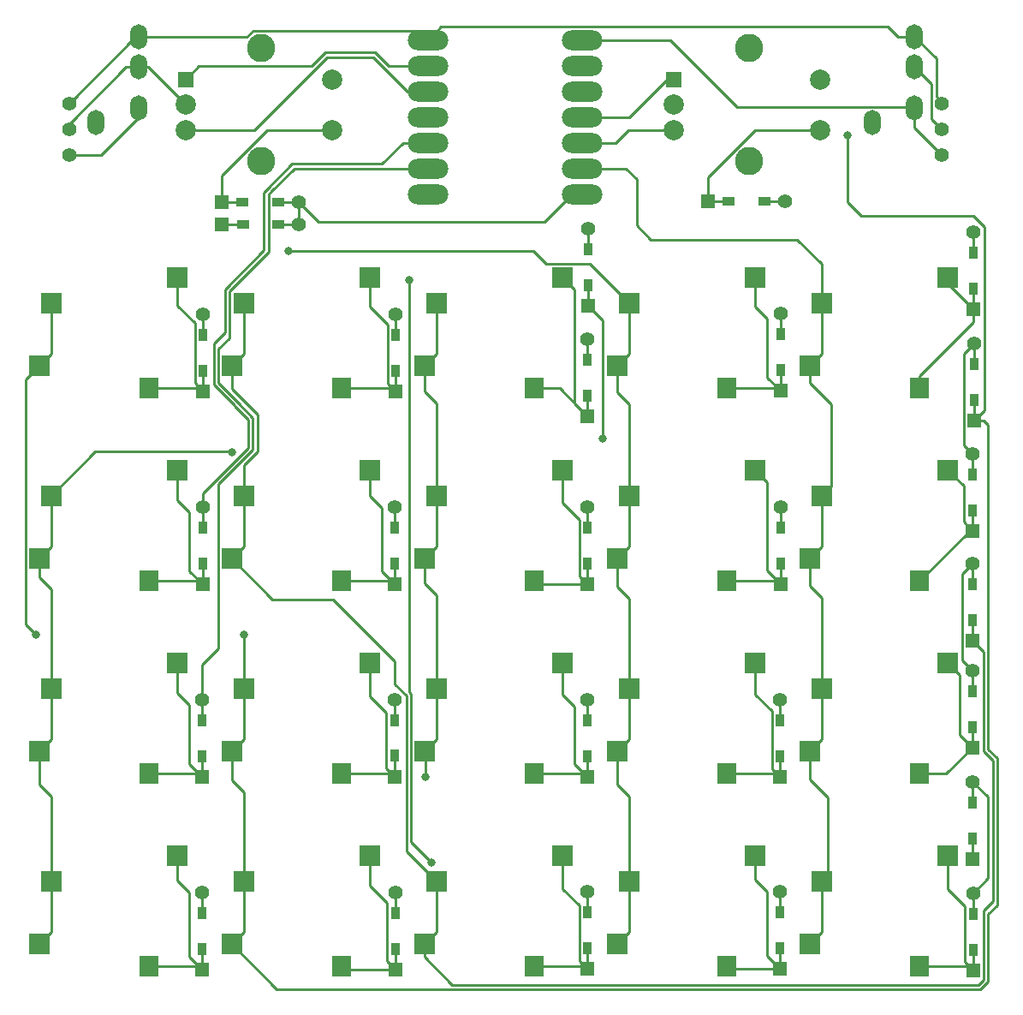
<source format=gbr>
G04 #@! TF.GenerationSoftware,KiCad,Pcbnew,(5.1.6-0-10_14)*
G04 #@! TF.CreationDate,2022-08-29T11:05:28+09:00*
G04 #@! TF.ProjectId,cool640xiao,636f6f6c-3634-4307-9869-616f2e6b6963,rev?*
G04 #@! TF.SameCoordinates,Original*
G04 #@! TF.FileFunction,Copper,L2,Bot*
G04 #@! TF.FilePolarity,Positive*
%FSLAX46Y46*%
G04 Gerber Fmt 4.6, Leading zero omitted, Abs format (unit mm)*
G04 Created by KiCad (PCBNEW (5.1.6-0-10_14)) date 2022-08-29 11:05:28*
%MOMM*%
%LPD*%
G01*
G04 APERTURE LIST*
G04 #@! TA.AperFunction,ComponentPad*
%ADD10C,1.397000*%
G04 #@! TD*
G04 #@! TA.AperFunction,ComponentPad*
%ADD11R,1.397000X1.397000*%
G04 #@! TD*
G04 #@! TA.AperFunction,SMDPad,CuDef*
%ADD12R,0.950000X1.300000*%
G04 #@! TD*
G04 #@! TA.AperFunction,ComponentPad*
%ADD13O,1.700000X2.500000*%
G04 #@! TD*
G04 #@! TA.AperFunction,SMDPad,CuDef*
%ADD14R,2.000000X2.000000*%
G04 #@! TD*
G04 #@! TA.AperFunction,SMDPad,CuDef*
%ADD15R,1.900000X2.000000*%
G04 #@! TD*
G04 #@! TA.AperFunction,ComponentPad*
%ADD16R,1.500000X1.500000*%
G04 #@! TD*
G04 #@! TA.AperFunction,ComponentPad*
%ADD17C,2.000000*%
G04 #@! TD*
G04 #@! TA.AperFunction,ComponentPad*
%ADD18C,2.800000*%
G04 #@! TD*
G04 #@! TA.AperFunction,ComponentPad*
%ADD19O,4.000000X2.000000*%
G04 #@! TD*
G04 #@! TA.AperFunction,SMDPad,CuDef*
%ADD20R,1.300000X0.950000*%
G04 #@! TD*
G04 #@! TA.AperFunction,ViaPad*
%ADD21C,0.800000*%
G04 #@! TD*
G04 #@! TA.AperFunction,Conductor*
%ADD22C,0.250000*%
G04 #@! TD*
G04 APERTURE END LIST*
D10*
X46120000Y-1020000D03*
D11*
X46120000Y-8640000D03*
D12*
X46120000Y-6605000D03*
X46120000Y-3055000D03*
D10*
X84290000Y9560000D03*
D11*
X84290000Y1940000D03*
D12*
X84290000Y3975000D03*
X84290000Y7525000D03*
D13*
X-2460000Y20350000D03*
X1740000Y21850000D03*
X1740000Y25850000D03*
X1740000Y28850000D03*
D14*
X49050000Y-22750000D03*
D15*
X59950000Y-24950000D03*
D14*
X50250000Y-16510000D03*
X62750000Y-13970000D03*
X30000000Y-22750000D03*
D15*
X40900000Y-24950000D03*
D14*
X31200000Y-16510000D03*
X43700000Y-13970000D03*
X10950000Y-22750000D03*
D15*
X21850000Y-24950000D03*
D14*
X12150000Y-16510000D03*
X24650000Y-13970000D03*
D10*
X84290000Y-55780000D03*
D11*
X84290000Y-63400000D03*
D12*
X84290000Y-61365000D03*
X84290000Y-57815000D03*
D14*
X30000000Y-41800000D03*
D15*
X40900000Y-44000000D03*
D14*
X31200000Y-35560000D03*
X43700000Y-33020000D03*
X10950000Y-41800000D03*
D15*
X21850000Y-44000000D03*
D14*
X12150000Y-35560000D03*
X24650000Y-33020000D03*
X49050000Y-41800000D03*
D15*
X59950000Y-44000000D03*
D14*
X50250000Y-35560000D03*
X62750000Y-33020000D03*
D10*
X27160000Y1410000D03*
D11*
X27160000Y-6210000D03*
D12*
X27160000Y-4175000D03*
X27160000Y-625000D03*
D10*
X8110000Y1450000D03*
D11*
X8110000Y-6170000D03*
D12*
X8110000Y-4135000D03*
X8110000Y-585000D03*
D10*
X65230000Y1480000D03*
D11*
X65230000Y-6140000D03*
D12*
X65230000Y-4105000D03*
X65230000Y-555000D03*
D10*
X84210000Y-12350000D03*
D11*
X84210000Y-19970000D03*
D12*
X84210000Y-17935000D03*
X84210000Y-14385000D03*
D10*
X65220000Y-17610000D03*
D11*
X65220000Y-25230000D03*
D12*
X65220000Y-23195000D03*
X65220000Y-19645000D03*
D10*
X46140000Y-17660000D03*
D11*
X46140000Y-25280000D03*
D12*
X46140000Y-23245000D03*
X46140000Y-19695000D03*
D10*
X27090000Y-17620000D03*
D11*
X27090000Y-25240000D03*
D12*
X27090000Y-23205000D03*
X27090000Y-19655000D03*
D10*
X8070000Y-17620000D03*
D11*
X8070000Y-25240000D03*
D12*
X8070000Y-23205000D03*
X8070000Y-19655000D03*
D14*
X49050000Y-3700000D03*
D15*
X59950000Y-5900000D03*
D14*
X50250000Y2540000D03*
X62750000Y5080000D03*
X30000000Y-3700000D03*
D15*
X40900000Y-5900000D03*
D14*
X31200000Y2540000D03*
X43700000Y5080000D03*
X10950000Y-3700000D03*
D15*
X21850000Y-5900000D03*
D14*
X12150000Y2540000D03*
X24650000Y5080000D03*
D10*
X65210000Y-55680000D03*
D11*
X65210000Y-63300000D03*
D12*
X65210000Y-61265000D03*
X65210000Y-57715000D03*
D10*
X46160000Y-55650000D03*
D11*
X46160000Y-63270000D03*
D12*
X46160000Y-61235000D03*
X46160000Y-57685000D03*
D10*
X27150000Y-55720000D03*
D11*
X27150000Y-63340000D03*
D12*
X27150000Y-61305000D03*
X27150000Y-57755000D03*
D10*
X8050000Y-55740000D03*
D11*
X8050000Y-63360000D03*
D12*
X8050000Y-61325000D03*
X8050000Y-57775000D03*
D10*
X84210000Y-33780000D03*
D11*
X84210000Y-41400000D03*
D12*
X84210000Y-39365000D03*
X84210000Y-35815000D03*
D10*
X65170000Y-36710000D03*
D11*
X65170000Y-44330000D03*
D12*
X65170000Y-42295000D03*
X65170000Y-38745000D03*
D10*
X46150000Y-36700000D03*
D11*
X46150000Y-44320000D03*
D12*
X46150000Y-42285000D03*
X46150000Y-38735000D03*
D10*
X27060000Y-36640000D03*
D11*
X27060000Y-44260000D03*
D12*
X27060000Y-42225000D03*
X27060000Y-38675000D03*
D10*
X8030000Y-36650000D03*
D11*
X8030000Y-44270000D03*
D12*
X8030000Y-42235000D03*
X8030000Y-38685000D03*
D13*
X78490000Y28860000D03*
X78490000Y25860000D03*
X78490000Y21860000D03*
X74290000Y20360000D03*
D14*
X68100000Y-22750000D03*
D15*
X79000000Y-24950000D03*
D14*
X69300000Y-16510000D03*
X81800000Y-13970000D03*
X-8100000Y-41800000D03*
D15*
X2800000Y-44000000D03*
D14*
X-6900000Y-35560000D03*
X5600000Y-33020000D03*
X10950000Y-60850000D03*
D15*
X21850000Y-63050000D03*
D14*
X12150000Y-54610000D03*
X24650000Y-52070000D03*
X68100000Y-60850000D03*
D15*
X79000000Y-63050000D03*
D14*
X69300000Y-54610000D03*
X81800000Y-52070000D03*
X49050000Y-60850000D03*
D15*
X59950000Y-63050000D03*
D14*
X50250000Y-54610000D03*
X62750000Y-52070000D03*
X-8100000Y-60850000D03*
D15*
X2800000Y-63050000D03*
D14*
X-6900000Y-54610000D03*
X5600000Y-52070000D03*
X68100000Y-41800000D03*
D15*
X79000000Y-44000000D03*
D14*
X69300000Y-35560000D03*
X81800000Y-33020000D03*
X68100000Y-3700000D03*
D15*
X79000000Y-5900000D03*
D14*
X69300000Y2540000D03*
X81800000Y5080000D03*
X-8100000Y-3700000D03*
D15*
X2800000Y-5900000D03*
D14*
X-6900000Y2540000D03*
X5600000Y5080000D03*
X-8100000Y-22750000D03*
D15*
X2800000Y-24950000D03*
D14*
X-6900000Y-16510000D03*
X5600000Y-13970000D03*
X30000000Y-60850000D03*
D15*
X40900000Y-63050000D03*
D14*
X31200000Y-54610000D03*
X43700000Y-52070000D03*
D16*
X6400000Y24640000D03*
D17*
X6400000Y22140000D03*
X6400000Y19640000D03*
D18*
X13900000Y27740000D03*
X13900000Y16540000D03*
D17*
X20900000Y24640000D03*
X20900000Y19640000D03*
X69150000Y19640000D03*
X69150000Y24640000D03*
D18*
X62150000Y16540000D03*
X62150000Y27740000D03*
D17*
X54650000Y19640000D03*
X54650000Y22140000D03*
D16*
X54650000Y24640000D03*
D19*
X45580000Y23450000D03*
X45580000Y20910000D03*
X45580000Y18370000D03*
X45580000Y15830000D03*
X45580000Y13290000D03*
X30340000Y13290000D03*
X30340000Y15830000D03*
X30340000Y18370000D03*
X30340000Y20910000D03*
X30340000Y23450000D03*
X45580000Y25990000D03*
X30340000Y25990000D03*
X45580000Y28530000D03*
X30340000Y28530000D03*
D20*
X15565000Y12550000D03*
X12015000Y12550000D03*
D11*
X9980000Y12550000D03*
D10*
X17600000Y12550000D03*
X65650000Y12560000D03*
D11*
X58030000Y12560000D03*
D20*
X60065000Y12560000D03*
X63615000Y12560000D03*
D10*
X-5130000Y22260000D03*
X-5130000Y19720000D03*
X-5130000Y17180000D03*
X81200000Y17180000D03*
X81200000Y19720000D03*
X81200000Y22260000D03*
X46210000Y9890000D03*
D11*
X46210000Y2270000D03*
D12*
X46210000Y4305000D03*
X46210000Y7855000D03*
X84380000Y-3495000D03*
X84380000Y-7045000D03*
D11*
X84380000Y-9080000D03*
D10*
X84380000Y-1460000D03*
X84210000Y-23200000D03*
D11*
X84210000Y-30820000D03*
D12*
X84210000Y-28785000D03*
X84210000Y-25235000D03*
X84260000Y-46815000D03*
X84260000Y-50365000D03*
D11*
X84260000Y-52400000D03*
D10*
X84260000Y-44780000D03*
D20*
X15595000Y10270000D03*
X12045000Y10270000D03*
D11*
X10010000Y10270000D03*
D10*
X17630000Y10270000D03*
D21*
X28490000Y4810000D03*
X30685001Y-52784999D03*
X-8370000Y-30280000D03*
X12190000Y-30260000D03*
X71880000Y19090000D03*
X30110000Y-44290000D03*
X16610000Y7660000D03*
X10980000Y-12210000D03*
X47650000Y-10840000D03*
D22*
X7840000Y-5900000D02*
X8110000Y-6170000D01*
X2800000Y-5900000D02*
X7840000Y-5900000D01*
X8110000Y-6170000D02*
X8110000Y-4135000D01*
X5600000Y5080000D02*
X5600000Y2280000D01*
X7309999Y570001D02*
X7309999Y-5369999D01*
X7309999Y-5369999D02*
X8110000Y-6170000D01*
X5600000Y2280000D02*
X7309999Y570001D01*
X26850000Y-5900000D02*
X27160000Y-6210000D01*
X21850000Y-5900000D02*
X26850000Y-5900000D01*
X27160000Y-6210000D02*
X27160000Y-4175000D01*
X24650000Y5080000D02*
X24650000Y2140000D01*
X26359999Y-5409999D02*
X27160000Y-6210000D01*
X26359999Y430001D02*
X26359999Y-5409999D01*
X24650000Y2140000D02*
X26359999Y430001D01*
X43380000Y-5900000D02*
X46120000Y-8640000D01*
X40900000Y-5900000D02*
X43380000Y-5900000D01*
X46120000Y-6605000D02*
X46120000Y-8640000D01*
X44875001Y-7395001D02*
X46120000Y-8640000D01*
X44875001Y3904999D02*
X44875001Y-7395001D01*
X43700000Y5080000D02*
X44875001Y3904999D01*
X64990000Y-5900000D02*
X65230000Y-6140000D01*
X59950000Y-5900000D02*
X64990000Y-5900000D01*
X65230000Y-4105000D02*
X65230000Y-6140000D01*
X62750000Y5080000D02*
X62750000Y2190000D01*
X63925001Y-4835001D02*
X65230000Y-6140000D01*
X63925001Y1014999D02*
X63925001Y-4835001D01*
X62750000Y2190000D02*
X63925001Y1014999D01*
X84290000Y640000D02*
X84290000Y1940000D01*
X79000000Y-4650000D02*
X84290000Y640000D01*
X79000000Y-5900000D02*
X79000000Y-4650000D01*
X84290000Y1940000D02*
X84290000Y3975000D01*
X81800000Y4430000D02*
X84290000Y1940000D01*
X81800000Y5080000D02*
X81800000Y4430000D01*
X7780000Y-24950000D02*
X8070000Y-25240000D01*
X2800000Y-24950000D02*
X7780000Y-24950000D01*
X8070000Y-25240000D02*
X8070000Y-23205000D01*
X5600000Y-13970000D02*
X5600000Y-16980000D01*
X6775001Y-23945001D02*
X8070000Y-25240000D01*
X6775001Y-18155001D02*
X6775001Y-23945001D01*
X5600000Y-16980000D02*
X6775001Y-18155001D01*
X26800000Y-24950000D02*
X27090000Y-25240000D01*
X21850000Y-24950000D02*
X26800000Y-24950000D01*
X27090000Y-23205000D02*
X27090000Y-25240000D01*
X24650000Y-13970000D02*
X24650000Y-16540000D01*
X25825001Y-23975001D02*
X27090000Y-25240000D01*
X25825001Y-17715001D02*
X25825001Y-23975001D01*
X24650000Y-16540000D02*
X25825001Y-17715001D01*
X46140000Y-23245000D02*
X46140000Y-25280000D01*
X41230000Y-25280000D02*
X40900000Y-24950000D01*
X46140000Y-25280000D02*
X41230000Y-25280000D01*
X43700000Y-13970000D02*
X43700000Y-17220000D01*
X45339999Y-24479999D02*
X46140000Y-25280000D01*
X45339999Y-18859999D02*
X45339999Y-24479999D01*
X43700000Y-17220000D02*
X45339999Y-18859999D01*
X63925001Y-23935001D02*
X65220000Y-25230000D01*
X63925001Y-15145001D02*
X63925001Y-23935001D01*
X62750000Y-13970000D02*
X63925001Y-15145001D01*
X65220000Y-25230000D02*
X65220000Y-23195000D01*
X64940000Y-24950000D02*
X65220000Y-25230000D01*
X59950000Y-24950000D02*
X64940000Y-24950000D01*
X84210000Y-17935000D02*
X84210000Y-19970000D01*
X83980000Y-19970000D02*
X79000000Y-24950000D01*
X84210000Y-19970000D02*
X83980000Y-19970000D01*
X81800000Y-13970000D02*
X83350000Y-15520000D01*
X83350000Y-19110000D02*
X84210000Y-19970000D01*
X83350000Y-15520000D02*
X83350000Y-19110000D01*
X7760000Y-44000000D02*
X8030000Y-44270000D01*
X2800000Y-44000000D02*
X7760000Y-44000000D01*
X8030000Y-44270000D02*
X8030000Y-42235000D01*
X5600000Y-33020000D02*
X5600000Y-36010000D01*
X6775001Y-43015001D02*
X8030000Y-44270000D01*
X6775001Y-37185001D02*
X6775001Y-43015001D01*
X5600000Y-36010000D02*
X6775001Y-37185001D01*
X24650000Y-33020000D02*
X24650000Y-36370000D01*
X26259999Y-43459999D02*
X27060000Y-44260000D01*
X26259999Y-37979999D02*
X26259999Y-43459999D01*
X24650000Y-36370000D02*
X26259999Y-37979999D01*
X27060000Y-44260000D02*
X27060000Y-42225000D01*
X26800000Y-44000000D02*
X27060000Y-44260000D01*
X21850000Y-44000000D02*
X26800000Y-44000000D01*
X45830000Y-44000000D02*
X46150000Y-44320000D01*
X40900000Y-44000000D02*
X45830000Y-44000000D01*
X46150000Y-44320000D02*
X46150000Y-42285000D01*
X43700000Y-33020000D02*
X43700000Y-36150000D01*
X44875001Y-37325001D02*
X44875001Y-43045001D01*
X44875001Y-43045001D02*
X46150000Y-44320000D01*
X43700000Y-36150000D02*
X44875001Y-37325001D01*
X62750000Y-33020000D02*
X62750000Y-36180000D01*
X64369999Y-43529999D02*
X65170000Y-44330000D01*
X64369999Y-37799999D02*
X64369999Y-43529999D01*
X62750000Y-36180000D02*
X64369999Y-37799999D01*
X65170000Y-44330000D02*
X65170000Y-42295000D01*
X64840000Y-44000000D02*
X65170000Y-44330000D01*
X59950000Y-44000000D02*
X64840000Y-44000000D01*
X81610000Y-44000000D02*
X84210000Y-41400000D01*
X79000000Y-44000000D02*
X81610000Y-44000000D01*
X84210000Y-41400000D02*
X84210000Y-39365000D01*
X82975001Y-40165001D02*
X84210000Y-41400000D01*
X82975001Y-34195001D02*
X82975001Y-40165001D01*
X81800000Y-33020000D02*
X82975001Y-34195001D01*
X7740000Y-63050000D02*
X8050000Y-63360000D01*
X2800000Y-63050000D02*
X7740000Y-63050000D01*
X5600000Y-52070000D02*
X5600000Y-54510000D01*
X5600000Y-54510000D02*
X5580000Y-54530000D01*
X6775001Y-55725001D02*
X6775001Y-62085001D01*
X6775001Y-62085001D02*
X8050000Y-63360000D01*
X5580000Y-54530000D02*
X6775001Y-55725001D01*
X8050000Y-63360000D02*
X8050000Y-61325000D01*
X24650000Y-52070000D02*
X24650000Y-55040000D01*
X26349999Y-62539999D02*
X27150000Y-63340000D01*
X26349999Y-56739999D02*
X26349999Y-62539999D01*
X24650000Y-55040000D02*
X26349999Y-56739999D01*
X27150000Y-63340000D02*
X27150000Y-61305000D01*
X22140000Y-63340000D02*
X21850000Y-63050000D01*
X27150000Y-63340000D02*
X22140000Y-63340000D01*
X45359999Y-62469999D02*
X46160000Y-63270000D01*
X45359999Y-57029999D02*
X45359999Y-62469999D01*
X43700000Y-55370000D02*
X45359999Y-57029999D01*
X43700000Y-52070000D02*
X43700000Y-55370000D01*
X46160000Y-63270000D02*
X46160000Y-61235000D01*
X45940000Y-63050000D02*
X46160000Y-63270000D01*
X40900000Y-63050000D02*
X45940000Y-63050000D01*
X65210000Y-61265000D02*
X65210000Y-63300000D01*
X63925001Y-62015001D02*
X65210000Y-63300000D01*
X63925001Y-55665001D02*
X63925001Y-62015001D01*
X62750000Y-54490000D02*
X63925001Y-55665001D01*
X62750000Y-52070000D02*
X62750000Y-54490000D01*
X60200000Y-63300000D02*
X59950000Y-63050000D01*
X65210000Y-63300000D02*
X60200000Y-63300000D01*
X83940000Y-63050000D02*
X84290000Y-63400000D01*
X79000000Y-63050000D02*
X83940000Y-63050000D01*
X84290000Y-63400000D02*
X84290000Y-61365000D01*
X83489999Y-62599999D02*
X84290000Y-63400000D01*
X83489999Y-57052997D02*
X83489999Y-62599999D01*
X81800000Y-55362998D02*
X83489999Y-57052997D01*
X81800000Y-52070000D02*
X81800000Y-55362998D01*
X8110000Y1450000D02*
X8110000Y-585000D01*
X46120000Y-3055000D02*
X46120000Y-1020000D01*
X65230000Y1480000D02*
X65230000Y-555000D01*
X84290000Y9560000D02*
X84290000Y7525000D01*
X27160000Y1410000D02*
X27160000Y-625000D01*
X46210000Y9890000D02*
X46210000Y7855000D01*
X84210000Y-12350000D02*
X84210000Y-14385000D01*
X65220000Y-17610000D02*
X65220000Y-19645000D01*
X46140000Y-17660000D02*
X46140000Y-19695000D01*
X27090000Y-17620000D02*
X27090000Y-19655000D01*
X8070000Y-17620000D02*
X8070000Y-19655000D01*
X84380000Y-1460000D02*
X84380000Y-3495000D01*
X83356499Y-2483501D02*
X84380000Y-1460000D01*
X83356499Y-11496499D02*
X83356499Y-2483501D01*
X84210000Y-12350000D02*
X83356499Y-11496499D01*
X30340000Y18370000D02*
X27910000Y18370000D01*
X25820010Y16280010D02*
X16940010Y16280010D01*
X27910000Y18370000D02*
X25820010Y16280010D01*
X16940010Y16280010D02*
X14440000Y13780000D01*
X14440000Y13771412D02*
X14139989Y13471401D01*
X14440000Y13780000D02*
X14440000Y13771412D01*
X14139989Y13471401D02*
X14139989Y7751401D01*
X14139989Y7751401D02*
X10272489Y3883901D01*
X10272489Y3883901D02*
X10272489Y-350000D01*
X10272489Y-350000D02*
X9174989Y-1447500D01*
X9174989Y-1447500D02*
X9174990Y-5531400D01*
X9174990Y-5531400D02*
X11209990Y-7566400D01*
X11209991Y-7606401D02*
X12589980Y-8986390D01*
X11209990Y-7566400D02*
X11209991Y-7606401D01*
X12589980Y-8986390D02*
X12589980Y-11787200D01*
X8070000Y-16307180D02*
X8070000Y-17620000D01*
X12589980Y-11787200D02*
X8070000Y-16307180D01*
X8030000Y-36650000D02*
X8030000Y-38685000D01*
X27060000Y-38675000D02*
X27060000Y-36640000D01*
X46150000Y-38735000D02*
X46150000Y-36700000D01*
X65170000Y-36710000D02*
X65170000Y-38745000D01*
X84210000Y-35815000D02*
X84210000Y-33780000D01*
X84210000Y-23200000D02*
X84210000Y-25235000D01*
X83186499Y-24223501D02*
X84210000Y-23200000D01*
X83186499Y-32756499D02*
X83186499Y-24223501D01*
X84210000Y-33780000D02*
X83186499Y-32756499D01*
X18140000Y15830000D02*
X30340000Y15830000D01*
X17126410Y15830000D02*
X18140000Y15830000D01*
X14589999Y13285001D02*
X14890009Y13585011D01*
X14589999Y7565001D02*
X14589999Y13285001D01*
X10722499Y3697501D02*
X14589999Y7565001D01*
X14890009Y13585011D02*
X14890009Y13593599D01*
X10722499Y-917501D02*
X10722499Y3697501D01*
X13039990Y-8799990D02*
X11660000Y-7420000D01*
X9624999Y-5344999D02*
X9624999Y-1985001D01*
X8030000Y-36650000D02*
X8030000Y-33210000D01*
X11660000Y-7420000D02*
X11660000Y-7380000D01*
X9654999Y-1985001D02*
X10722499Y-917501D01*
X9624999Y-15388591D02*
X13039990Y-11973600D01*
X14890009Y13593599D02*
X17126410Y15830000D01*
X9624999Y-31615001D02*
X9624999Y-15388591D01*
X8030000Y-33210000D02*
X9624999Y-31615001D01*
X13039990Y-11973600D02*
X13039990Y-8799990D01*
X9624999Y-1985001D02*
X9654999Y-1985001D01*
X11660000Y-7380000D02*
X9624999Y-5344999D01*
X84290000Y-57815000D02*
X84290000Y-55780000D01*
X65210000Y-55680000D02*
X65210000Y-57715000D01*
X46160000Y-55650000D02*
X46160000Y-57685000D01*
X27150000Y-55720000D02*
X27150000Y-57755000D01*
X8050000Y-57775000D02*
X8050000Y-55740000D01*
X85769980Y-46289980D02*
X84260000Y-44780000D01*
X85769980Y-54300020D02*
X85769980Y-46289980D01*
X84290000Y-55780000D02*
X85769980Y-54300020D01*
X84260000Y-44780000D02*
X84260000Y-46815000D01*
X28490000Y4810000D02*
X28490000Y-23825002D01*
X28490000Y-23825002D02*
X28490000Y-33110000D01*
X28490000Y-33110000D02*
X28490000Y-33638588D01*
X28670010Y-36098818D02*
X28670010Y-50770008D01*
X28670010Y-50770008D02*
X30685001Y-52784999D01*
X28490000Y-35918808D02*
X28670010Y-36098818D01*
X28490000Y-33110000D02*
X28490000Y-35918808D01*
X-5130000Y20249002D02*
X470998Y25850000D01*
X470998Y25850000D02*
X1740000Y25850000D01*
X-5130000Y19720000D02*
X-5130000Y20249002D01*
X2690000Y25850000D02*
X6400000Y22140000D01*
X1740000Y25850000D02*
X2690000Y25850000D01*
X80176499Y20743501D02*
X80176499Y24173501D01*
X80176499Y24173501D02*
X78490000Y25860000D01*
X81200000Y19720000D02*
X80176499Y20743501D01*
X54650000Y22140000D02*
X54650000Y22230000D01*
X1460000Y28850000D02*
X1740000Y28850000D01*
X-5130000Y22260000D02*
X1460000Y28850000D01*
X13071999Y29465001D02*
X29404999Y29465001D01*
X12456998Y28850000D02*
X13071999Y29465001D01*
X29404999Y29465001D02*
X30340000Y28530000D01*
X1740000Y28850000D02*
X12456998Y28850000D01*
X31665010Y29855010D02*
X75825988Y29855010D01*
X30340000Y28530000D02*
X31665010Y29855010D01*
X80626509Y26723491D02*
X78490000Y28860000D01*
X80626509Y22993491D02*
X80626509Y26723491D01*
X81200000Y22420000D02*
X80626509Y22993491D01*
X81200000Y22260000D02*
X81200000Y22420000D01*
X76820998Y28860000D02*
X75825988Y29855010D01*
X78490000Y28860000D02*
X76820998Y28860000D01*
X-5130000Y17180000D02*
X-1940000Y17180000D01*
X1740000Y20860000D02*
X1740000Y21850000D01*
X-1940000Y17180000D02*
X1740000Y20860000D01*
X78490000Y19890000D02*
X81200000Y17180000D01*
X78490000Y21860000D02*
X78490000Y19890000D01*
X78414990Y21935010D02*
X60934990Y21935010D01*
X78490000Y21860000D02*
X78414990Y21935010D01*
X54340000Y28530000D02*
X45580000Y28530000D01*
X60934990Y21935010D02*
X54340000Y28530000D01*
X15565000Y12550000D02*
X17600000Y12550000D01*
X63615000Y12560000D02*
X65650000Y12560000D01*
X15595000Y10270000D02*
X17630000Y10270000D01*
X17630000Y12520000D02*
X17600000Y12550000D01*
X17630000Y10270000D02*
X17630000Y12520000D01*
X17600000Y12550000D02*
X19560000Y10590000D01*
X19560000Y10590000D02*
X41930000Y10590000D01*
X44630000Y13290000D02*
X45580000Y13290000D01*
X41930000Y10590000D02*
X44630000Y13290000D01*
X69300000Y-2500000D02*
X68100000Y-3700000D01*
X69300000Y2540000D02*
X69300000Y-2500000D01*
X69300000Y-21550000D02*
X68100000Y-22750000D01*
X69300000Y-16510000D02*
X69300000Y-21550000D01*
X69300000Y-40600000D02*
X68100000Y-41800000D01*
X69300000Y-35560000D02*
X69300000Y-40600000D01*
X69300000Y-59650000D02*
X68100000Y-60850000D01*
X69300000Y-54610000D02*
X69300000Y-59650000D01*
X68100000Y-41800000D02*
X68100000Y-44520000D01*
X68100000Y-44520000D02*
X69920000Y-46340000D01*
X69920000Y-53990000D02*
X69300000Y-54610000D01*
X69920000Y-46340000D02*
X69920000Y-53990000D01*
X68100000Y-22750000D02*
X68100000Y-25410000D01*
X69300000Y-26610000D02*
X69300000Y-35560000D01*
X68100000Y-25410000D02*
X69300000Y-26610000D01*
X68100000Y-3700000D02*
X68100000Y-5330000D01*
X68100000Y-5330000D02*
X70220000Y-7450000D01*
X70220000Y-15590000D02*
X69300000Y-16510000D01*
X70220000Y-7450000D02*
X70220000Y-15590000D01*
X48100000Y15830000D02*
X45580000Y15830000D01*
X51020000Y10190000D02*
X51020000Y14770000D01*
X49960000Y15830000D02*
X48100000Y15830000D01*
X66860000Y8820000D02*
X52390000Y8820000D01*
X51020000Y14770000D02*
X49960000Y15830000D01*
X52390000Y8820000D02*
X51020000Y10190000D01*
X69300000Y6380000D02*
X66860000Y8820000D01*
X69300000Y2540000D02*
X69300000Y6380000D01*
X7725001Y25965001D02*
X18895001Y25965001D01*
X6400000Y24640000D02*
X7725001Y25965001D01*
X18895001Y25965001D02*
X20230000Y27300000D01*
X20230000Y27300000D02*
X25140000Y27300000D01*
X26450000Y25990000D02*
X30340000Y25990000D01*
X25140000Y27300000D02*
X26450000Y25990000D01*
X30340000Y23450000D02*
X28353590Y23450000D01*
X28353590Y23450000D02*
X24953600Y26849990D01*
X24953600Y26849990D02*
X20416400Y26849990D01*
X13206410Y19640000D02*
X6400000Y19640000D01*
X20416400Y26849990D02*
X13206410Y19640000D01*
X9980000Y12550000D02*
X12015000Y12550000D01*
X9980000Y15173002D02*
X9980000Y12550000D01*
X14446998Y19640000D02*
X9980000Y15173002D01*
X20900000Y19640000D02*
X14446998Y19640000D01*
X58030000Y12560000D02*
X60065000Y12560000D01*
X58030000Y14973002D02*
X58030000Y12560000D01*
X62696998Y19640000D02*
X58030000Y14973002D01*
X69150000Y19640000D02*
X62696998Y19640000D01*
X45580000Y18370000D02*
X48880000Y18370000D01*
X50150000Y19640000D02*
X54650000Y19640000D01*
X48880000Y18370000D02*
X50150000Y19640000D01*
X54000000Y24640000D02*
X50270000Y20910000D01*
X54650000Y24640000D02*
X54000000Y24640000D01*
X45580000Y20910000D02*
X50270000Y20910000D01*
X-6900000Y-2500000D02*
X-8100000Y-3700000D01*
X-6900000Y2540000D02*
X-6900000Y-2500000D01*
X12150000Y-40600000D02*
X10950000Y-41800000D01*
X12150000Y-35560000D02*
X12150000Y-40600000D01*
X12150000Y-59650000D02*
X10950000Y-60850000D01*
X12150000Y-54610000D02*
X12150000Y-59650000D01*
X10950000Y-41800000D02*
X10950000Y-44640000D01*
X12150000Y-45840000D02*
X12150000Y-54610000D01*
X10950000Y-44640000D02*
X12150000Y-45840000D01*
X84380000Y-9080000D02*
X84380000Y-7045000D01*
X85328500Y-9080000D02*
X84380000Y-9080000D01*
X85763511Y-9515011D02*
X85328500Y-9080000D01*
X85763511Y-41573511D02*
X85763511Y-9515011D01*
X86670000Y-42480000D02*
X85763511Y-41573511D01*
X86670000Y-56970000D02*
X86670000Y-42480000D01*
X85763510Y-57876490D02*
X86670000Y-56970000D01*
X85763510Y-64544902D02*
X85763510Y-57876490D01*
X84983401Y-65325011D02*
X85763510Y-64544902D01*
X15425011Y-65325011D02*
X84983401Y-65325011D01*
X10950000Y-60850000D02*
X15425011Y-65325011D01*
X-9425001Y-29224999D02*
X-8370000Y-30280000D01*
X-9425001Y-5025001D02*
X-9425001Y-29224999D01*
X-8100000Y-3700000D02*
X-9425001Y-5025001D01*
X12190000Y-35520000D02*
X12150000Y-35560000D01*
X12190000Y-30260000D02*
X12190000Y-35520000D01*
X84380000Y-9080000D02*
X85403501Y-8056499D01*
X71880000Y19090000D02*
X71880000Y12500000D01*
X71880000Y12500000D02*
X73220000Y11160000D01*
X84270000Y11160000D02*
X85403501Y10026499D01*
X73220000Y11160000D02*
X84270000Y11160000D01*
X85403501Y-8056499D02*
X85403501Y10026499D01*
X12150000Y-2500000D02*
X10950000Y-3700000D01*
X12150000Y2540000D02*
X12150000Y-2500000D01*
X12150000Y-21550000D02*
X10950000Y-22750000D01*
X12150000Y-16510000D02*
X12150000Y-21550000D01*
X31200000Y-59650000D02*
X30000000Y-60850000D01*
X31200000Y-54610000D02*
X31200000Y-59650000D01*
X84210000Y-28785000D02*
X84210000Y-30820000D01*
X85313501Y-31923501D02*
X84210000Y-30820000D01*
X86219990Y-56589990D02*
X86219990Y-42666400D01*
X85313501Y-57496479D02*
X86219990Y-56589990D01*
X85313501Y-64358501D02*
X85313501Y-57496479D01*
X85313502Y-41759912D02*
X85313501Y-31923501D01*
X86219990Y-42666400D02*
X85313502Y-41759912D01*
X32755001Y-64875001D02*
X84797001Y-64875001D01*
X30000000Y-62120000D02*
X32755001Y-64875001D01*
X84797001Y-64875001D02*
X85313501Y-64358501D01*
X30000000Y-60850000D02*
X30000000Y-62120000D01*
X14975001Y-26775001D02*
X10950000Y-22750000D01*
X20990003Y-26775001D02*
X14975001Y-26775001D01*
X27057501Y-32842499D02*
X20990003Y-26775001D01*
X27057501Y-35122719D02*
X27057501Y-32842499D01*
X31200000Y-54610000D02*
X28220000Y-51630000D01*
X28220000Y-36285218D02*
X27057501Y-35122719D01*
X28220000Y-51630000D02*
X28220000Y-36285218D01*
X13490000Y-12160000D02*
X13490000Y-8530000D01*
X10950000Y-5990000D02*
X10950000Y-3700000D01*
X13490000Y-8530000D02*
X10950000Y-5990000D01*
X12150000Y-13500000D02*
X13490000Y-12160000D01*
X12150000Y-16510000D02*
X12150000Y-13500000D01*
X31200000Y-2500000D02*
X30000000Y-3700000D01*
X31200000Y2540000D02*
X31200000Y-2500000D01*
X31200000Y-21550000D02*
X30000000Y-22750000D01*
X31200000Y-16510000D02*
X31200000Y-21550000D01*
X31200000Y-40600000D02*
X30000000Y-41800000D01*
X31200000Y-35560000D02*
X31200000Y-40600000D01*
X30000000Y-22750000D02*
X30000000Y-25170000D01*
X31200000Y-26370000D02*
X31200000Y-35560000D01*
X30000000Y-25170000D02*
X31200000Y-26370000D01*
X84260000Y-50365000D02*
X84260000Y-52400000D01*
X30110000Y-41910000D02*
X30000000Y-41800000D01*
X30110000Y-44290000D02*
X30110000Y-41910000D01*
X30000000Y-3700000D02*
X30000000Y-6160000D01*
X31200000Y-7360000D02*
X31200000Y-16510000D01*
X30000000Y-6160000D02*
X31200000Y-7360000D01*
X50250000Y-2500000D02*
X49050000Y-3700000D01*
X50250000Y2540000D02*
X50250000Y-2500000D01*
X50250000Y-21550000D02*
X49050000Y-22750000D01*
X50250000Y-16510000D02*
X50250000Y-21550000D01*
X50250000Y-40600000D02*
X49050000Y-41800000D01*
X50250000Y-35560000D02*
X50250000Y-40600000D01*
X50250000Y-59650000D02*
X49050000Y-60850000D01*
X50250000Y-54610000D02*
X50250000Y-59650000D01*
X49050000Y-41800000D02*
X49050000Y-45070000D01*
X50250000Y-46270000D02*
X50250000Y-54610000D01*
X49050000Y-45070000D02*
X50250000Y-46270000D01*
X49050000Y-22750000D02*
X49050000Y-25500000D01*
X50250000Y-26700000D02*
X50250000Y-35560000D01*
X49050000Y-25500000D02*
X50250000Y-26700000D01*
X10010000Y10270000D02*
X12045000Y10270000D01*
X49050000Y-3700000D02*
X49050000Y-6270000D01*
X50250000Y-7470000D02*
X50250000Y-16510000D01*
X49050000Y-6270000D02*
X50250000Y-7470000D01*
X42016001Y6405001D02*
X40761002Y7660000D01*
X46384999Y6405001D02*
X42016001Y6405001D01*
X50250000Y2540000D02*
X46384999Y6405001D01*
X40761002Y7660000D02*
X16610000Y7660000D01*
X-6900000Y-21550000D02*
X-8100000Y-22750000D01*
X-6900000Y-16510000D02*
X-6900000Y-21550000D01*
X-6900000Y-40600000D02*
X-8100000Y-41800000D01*
X-6900000Y-35560000D02*
X-6900000Y-40600000D01*
X-6900000Y-59650000D02*
X-8100000Y-60850000D01*
X-6900000Y-54610000D02*
X-6900000Y-59650000D01*
X-8100000Y-41800000D02*
X-8100000Y-45050000D01*
X-6900000Y-46250000D02*
X-6900000Y-54610000D01*
X-8100000Y-45050000D02*
X-6900000Y-46250000D01*
X-8100000Y-22750000D02*
X-8100000Y-24540000D01*
X-6900000Y-25740000D02*
X-6900000Y-35560000D01*
X-8100000Y-24540000D02*
X-6900000Y-25740000D01*
X10914999Y-12144999D02*
X10980000Y-12210000D01*
X-2534999Y-12144999D02*
X10914999Y-12144999D01*
X-6900000Y-16510000D02*
X-2534999Y-12144999D01*
X47650000Y830000D02*
X46210000Y2270000D01*
X47650000Y-10840000D02*
X47650000Y830000D01*
X46210000Y2270000D02*
X46210000Y4305000D01*
M02*

</source>
